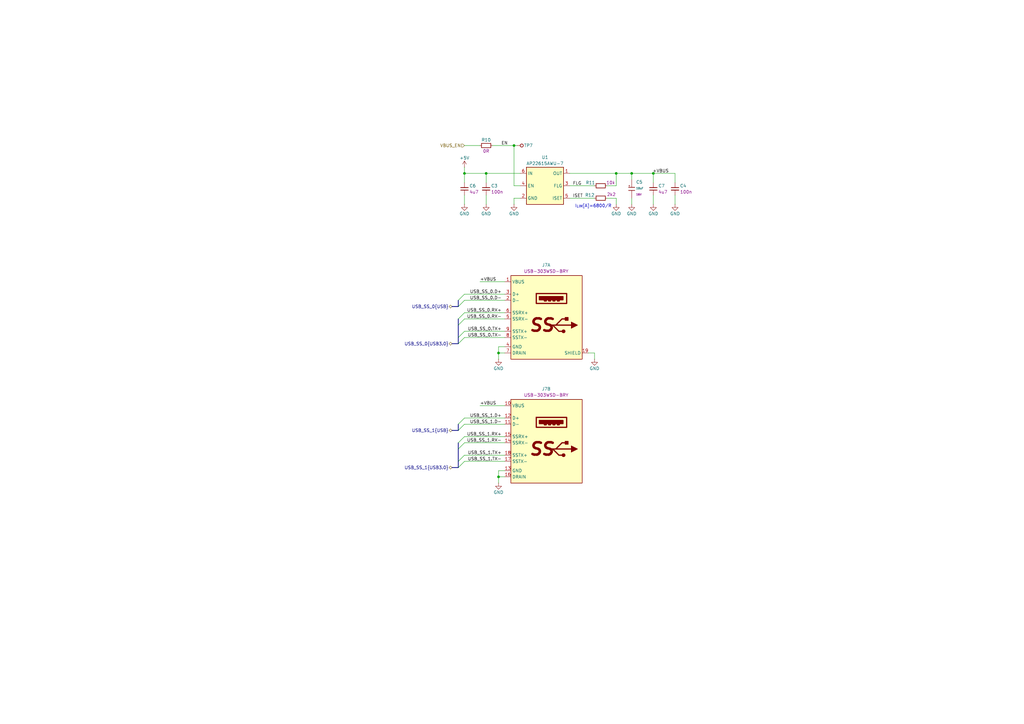
<source format=kicad_sch>
(kicad_sch (version 20250114) (generator "eeschema") (generator_version "9.0")
  (paper "A3")
  (title_block (title "ModuCard CM5 module") (date "2025-07-05") (rev "1.0.0") (company "KoNaR") (comment 1 "Project author: Dominik Pluta"))
  (lib_symbols
    (symbol "DW-ICs:AP22615AWU-7"
      (property "Reference" "U" (at 34.29 0 0))
      (property "MPN" "AP22615AWU-7" (at 34.29 -15.24 0))
      (symbol "AP22615AWU-7_0_1"
        (rectangle (start 2.54 2.54) (end 17.78 -12.7) (stroke (width 0.254)) (fill (type background)))
      )
      (symbol "AP22615AWU-7_1_0"
        (pin power_in line (at 0 0 0) (length 2.54) (name "IN") (number "6"))
        (pin input line (at 0 -5.08 0) (length 2.54) (name "EN") (number "4"))
        (pin power_in line (at 0 -10.16 0) (length 2.54) (name "GND") (number "2"))
        (pin power_out line (at 20.32 0 180) (length 2.54) (name "OUT") (number "1"))
        (pin open_collector line (at 20.32 -5.08 180) (length 2.54) (name "FLG") (number "3"))
        (pin passive line (at 20.32 -10.16 180) (length 2.54) (name "ISET") (number "5"))
      )
    )
    (symbol "DW-capacitors:C-100n-0402" (pin_numbers (hide yes)) (pin_names (hide yes))
      (property "Reference" "C" (at 12.7 0 0))
      (property "Val" "100n" (at 12.7 -20.32 0))
      (symbol "C-100n-0402_0_1"
        (polyline (pts (xy 2.032 -1.524) (xy 2.032 1.524)) (stroke (width 0.3048)))
        (polyline (pts (xy 3.048 -1.524) (xy 3.048 1.524)) (stroke (width 0.3302)))
      )
      (symbol "C-100n-0402_1_1"
        (pin passive line (at 0 0 0) (length 2.032) (name "~") (number "1"))
        (pin passive line (at 5.08 0 180) (length 2.032) (name "~") (number "2"))
      )
    )
    (symbol "DW-capacitors:C-4u7-0402" (pin_numbers (hide yes)) (pin_names (hide yes))
      (property "Reference" "C" (at 12.7 0 0))
      (property "Val" "4u7" (at 12.7 -20.32 0))
      (symbol "C-4u7-0402_0_1"
        (polyline (pts (xy 2.032 -1.524) (xy 2.032 1.524)) (stroke (width 0.3048)))
        (polyline (pts (xy 3.048 -1.524) (xy 3.048 1.524)) (stroke (width 0.3302)))
      )
      (symbol "C-4u7-0402_1_1"
        (pin passive line (at 0 0 0) (length 2.032) (name "~") (number "1"))
        (pin passive line (at 5.08 0 180) (length 2.032) (name "~") (number "2"))
      )
    )
    (symbol "DW-connectors:USB-A_USB-303WSD-BRY"
      (property "Reference" "J" (at 34.29 0 0))
      (property "MPN" "USB-303WSD-BRY" (at 34.29 -15.24 0))
      (symbol "USB-A_USB-303WSD-BRY_0_1"
        (rectangle (start 2.54 2.54) (end 31.75 -31.75) (stroke (width 0.254)) (fill (type background)))
        (rectangle (start 12.954 -4.826) (end 25.4 -8.89) (stroke (width 0.508)))
        (rectangle (start 14.224 -6.096) (end 23.876 -7.366) (stroke (width 0.508)) (fill (type outline)))
        (rectangle (start 16.256 -7.62) (end 17.018 -7.874) (stroke (width 0.508)))
        (rectangle (start 18.034 -7.62) (end 18.796 -7.874) (stroke (width 0.508)))
        (polyline (pts (xy 18.415 -17.78) (xy 27.305 -17.78)) (stroke (width 0.508)))
        (polyline (pts (xy 19.685 -17.78) (xy 22.225 -20.32) (xy 23.495 -20.32)) (stroke (width 0.508)))
        (rectangle (start 19.812 -7.62) (end 20.574 -7.874) (stroke (width 0.508)))
        (polyline (pts (xy 20.955 -17.78) (xy 23.495 -15.24) (xy 24.765 -15.24)) (stroke (width 0.508)))
        (rectangle (start 21.59 -7.62) (end 22.352 -7.874) (stroke (width 0.508)))
        (circle (center 24.13 -20.32) (radius 0.635) (stroke (width 0.254)) (fill (type outline)))
        (rectangle (start 24.765 -14.605) (end 26.035 -15.875) (stroke (width 0.254)) (fill (type outline)))
        (polyline (pts (xy 27.305 -19.05) (xy 29.845 -17.78) (xy 27.305 -16.51) (xy 27.305 -19.05)) (stroke (width 0.254)) (fill (type outline)))
        (text "SS" (at 15.24 -17.78 0) (effects (font (size 5.08 5.08) (bold yes) (italic yes))))
      )
      (symbol "USB-A_USB-303WSD-BRY_1_1"
        (pin passive line (at 0 0 0) (length 2.54) (name "VBUS") (number "1"))
        (pin bidirectional line (at 0 -5.08 0) (length 2.54) (name "D+") (number "3"))
        (pin bidirectional line (at 0 -7.62 0) (length 2.54) (name "D-") (number "2"))
        (pin bidirectional line (at 0 -12.7 0) (length 2.54) (name "SSRX+") (number "6"))
        (pin bidirectional line (at 0 -15.24 0) (length 2.54) (name "SSRX-") (number "5"))
        (pin bidirectional line (at 0 -20.32 0) (length 2.54) (name "SSTX+") (number "9"))
        (pin bidirectional line (at 0 -22.86 0) (length 2.54) (name "SSTX-") (number "8"))
        (pin power_in line (at 0 -26.67 0) (length 2.54) (name "GND") (number "4"))
        (pin power_in line (at 0 -29.21 0) (length 2.54) (name "DRAIN") (number "7"))
        (pin passive line (at 34.29 -29.21 180) (length 2.54) (name "SHIELD") (number "19"))
      )
      (symbol "USB-A_USB-303WSD-BRY_2_1"
        (pin passive line (at 0 0 0) (length 2.54) (name "VBUS") (number "10"))
        (pin bidirectional line (at 0 -5.08 0) (length 2.54) (name "D+") (number "12"))
        (pin bidirectional line (at 0 -7.62 0) (length 2.54) (name "D-") (number "11"))
        (pin bidirectional line (at 0 -12.7 0) (length 2.54) (name "SSRX+") (number "15"))
        (pin bidirectional line (at 0 -15.24 0) (length 2.54) (name "SSRX-") (number "14"))
        (pin bidirectional line (at 0 -20.32 0) (length 2.54) (name "SSTX+") (number "18"))
        (pin bidirectional line (at 0 -22.86 0) (length 2.54) (name "SSTX-") (number "17"))
        (pin power_in line (at 0 -26.67 0) (length 2.54) (name "GND") (number "13"))
        (pin power_in line (at 0 -29.21 0) (length 2.54) (name "DRAIN") (number "16"))
      )
    )
    (symbol "DW-power-symbols:+5V" (power) (pin_numbers (hide yes)) (pin_names (offset 0) (hide yes))
      (property "Value" "+5V" (at 0 3.556 0))
      (symbol "+5V_0_1"
        (polyline (pts (xy -0.762 1.27) (xy 0 2.54)))
        (polyline (pts (xy 0 2.54) (xy 0.762 1.27)))
        (polyline (pts (xy 0 0) (xy 0 2.54)))
      )
      (symbol "+5V_1_1"
        (pin power_in line (at 0 0 90) (length 0) (name "~") (number "1"))
      )
    )
    (symbol "DW-power-symbols:GND" (power) (pin_numbers (hide yes)) (pin_names (offset 0) (hide yes))
      (property "Value" "GND" (at 0 -3.81 0))
      (symbol "GND_0_1"
        (polyline (pts (xy 0 0) (xy 0 -1.27) (xy 1.27 -1.27) (xy 0 -2.54) (xy -1.27 -1.27) (xy 0 -1.27)))
      )
      (symbol "GND_1_1"
        (pin power_in line (at 0 0 270) (length 0) (name "~") (number "1"))
      )
    )
    (symbol "DW-resistors:R-0R-0402" (pin_numbers (hide yes)) (pin_names (offset 0) (hide yes))
      (property "Reference" "R" (at 12.7 0 0))
      (property "Val" "0R" (at 12.7 -20.32 0))
      (symbol "R-0R-0402_0_1"
        (rectangle (start 0.635 0.889) (end 4.445 -0.889) (stroke (width 0.254)))
      )
      (symbol "R-0R-0402_1_1"
        (pin passive line (at 0 0 0) (length 0.635) (name "~") (number "1"))
        (pin passive line (at 5.08 0 180) (length 0.635) (name "~") (number "2"))
      )
    )
    (symbol "DW-resistors:R-10k-0402" (pin_numbers (hide yes)) (pin_names (offset 0) (hide yes))
      (property "Reference" "R" (at 12.7 0 0))
      (property "Val" "10k" (at 12.7 -20.32 0))
      (symbol "R-10k-0402_0_1"
        (rectangle (start 0.635 0.889) (end 4.445 -0.889) (stroke (width 0.254)))
      )
      (symbol "R-10k-0402_1_1"
        (pin passive line (at 0 0 0) (length 0.635) (name "~") (number "1"))
        (pin passive line (at 5.08 0 180) (length 0.635) (name "~") (number "2"))
      )
    )
    (symbol "DW-resistors:R-2k2-0402" (pin_numbers (hide yes)) (pin_names (offset 0) (hide yes))
      (property "Reference" "R" (at 12.7 0 0))
      (property "Val" "2k2" (at 12.7 -20.32 0))
      (symbol "R-2k2-0402_0_1"
        (rectangle (start 0.635 0.889) (end 4.445 -0.889) (stroke (width 0.254)))
      )
      (symbol "R-2k2-0402_1_1"
        (pin passive line (at 0 0 0) (length 0.635) (name "~") (number "1"))
        (pin passive line (at 5.08 0 180) (length 0.635) (name "~") (number "2"))
      )
    )
    (symbol "DW-test-points:TP_SMD_0.75mm" (pin_numbers (hide yes)) (pin_names (hide yes)) (in_bom no)
      (property "Reference" "TP" (at 3.81 0 0))
      (symbol "TP_SMD_0.75mm_1_1"
        (circle (center 1.905 0) (radius 0.635) (stroke (width 0.254)))
        (pin passive line (at 0 0 0) (length 1.27) (name "1") (number "1"))
      )
    )
    (symbol "PCM_JLCPCB-Capacitors:CASE-A-3216-18(mm),10uF" (pin_numbers (hide yes)) (pin_names (offset 0))
      (property "Reference" "C" (at 2.032 1.668 0))
      (property "Value" "10uF" (at 2.032 -0.3782 0))
      (property "Rated Voltage" "16V" (at 2.032 -2.0462 0))
      (symbol "CASE-A-3216-18(mm),10uF_0_1"
        (polyline (pts (xy -1.27 1.27) (xy -0.635 1.27)) (stroke (width 0.127)))
        (polyline (pts (xy -1.27 0.635) (xy 1.27 0.635)) (stroke (width 0.254)))
        (polyline (pts (xy -1.27 -0.635) (xy 1.27 -0.635)) (stroke (width 0.254)))
        (polyline (pts (xy -0.9525 1.5875) (xy -0.9525 0.9525)) (stroke (width 0.127)))
      )
      (symbol "CASE-A-3216-18(mm),10uF_1_1"
        (pin passive line (at 0 3.81 270) (length 3.175) (name "~") (number "1"))
        (pin passive line (at 0 -3.81 90) (length 3.175) (name "~") (number "2"))
      )
    )
  )
  (bus_alias "USB3.0" (members "TX+" "TX-" "RX+" "RX-"))
  (text "I_{LIM}[A]=6800/R" (at 243.332 84.582 0) (effects (font (size 1.27 1.27))))
  (junction (at 259.08 71.12))
  (junction (at 190.5 71.12))
  (junction (at 199.39 71.12))
  (junction (at 204.47 195.58))
  (junction (at 204.47 144.78))
  (junction (at 210.82 59.69))
  (junction (at 252.73 71.12))
  (junction (at 267.97 71.12))
  (bus_entry (at 187.96 191.77) (size 2.54 -2.54))
  (bus_entry (at 187.96 140.97) (size 2.54 -2.54))
  (bus_entry (at 187.96 189.23) (size 2.54 -2.54))
  (bus_entry (at 187.96 176.53) (size 2.54 -2.54))
  (bus_entry (at 187.96 184.15) (size 2.54 -2.54))
  (bus_entry (at 187.96 138.43) (size 2.54 -2.54))
  (bus_entry (at 187.96 125.73) (size 2.54 -2.54))
  (bus_entry (at 187.96 133.35) (size 2.54 -2.54))
  (bus_entry (at 187.96 181.61) (size 2.54 -2.54))
  (bus_entry (at 187.96 130.81) (size 2.54 -2.54))
  (bus_entry (at 187.96 173.99) (size 2.54 -2.54))
  (bus_entry (at 187.96 123.19) (size 2.54 -2.54))
  (wire (pts (xy 207.01 193.04) (xy 204.47 193.04)))
  (wire (pts (xy 204.47 144.78) (xy 204.47 147.32)))
  (wire (pts (xy 207.01 195.58) (xy 204.47 195.58)))
  (wire (pts (xy 190.5 179.07) (xy 207.01 179.07)))
  (wire (pts (xy 252.73 71.12) (xy 259.08 71.12)))
  (wire (pts (xy 241.3 144.78) (xy 243.84 144.78)))
  (wire (pts (xy 204.47 193.04) (xy 204.47 195.58)))
  (wire (pts (xy 207.01 142.24) (xy 204.47 142.24)))
  (wire (pts (xy 212.09 59.69) (xy 210.82 59.69)))
  (wire (pts (xy 190.5 71.12) (xy 199.39 71.12)))
  (wire (pts (xy 190.5 138.43) (xy 207.01 138.43)))
  (wire (pts (xy 259.08 71.12) (xy 267.97 71.12)))
  (wire (pts (xy 276.86 71.12) (xy 276.86 74.93)))
  (bus (pts (xy 187.96 189.23) (xy 187.96 184.15)))
  (wire (pts (xy 259.08 81.28) (xy 259.08 83.82)))
  (wire (pts (xy 190.5 80.01) (xy 190.5 83.82)))
  (wire (pts (xy 248.92 76.2) (xy 252.73 76.2)))
  (wire (pts (xy 233.68 81.28) (xy 243.84 81.28)))
  (wire (pts (xy 210.82 76.2) (xy 210.82 59.69)))
  (wire (pts (xy 190.5 128.27) (xy 207.01 128.27)))
  (wire (pts (xy 190.5 173.99) (xy 207.01 173.99)))
  (bus (pts (xy 187.96 138.43) (xy 187.96 140.97)))
  (wire (pts (xy 252.73 76.2) (xy 252.73 71.12)))
  (wire (pts (xy 190.5 189.23) (xy 207.01 189.23)))
  (bus (pts (xy 185.42 176.53) (xy 187.96 176.53)))
  (wire (pts (xy 267.97 80.01) (xy 267.97 83.82)))
  (wire (pts (xy 190.5 186.69) (xy 207.01 186.69)))
  (bus (pts (xy 187.96 189.23) (xy 187.96 191.77)))
  (wire (pts (xy 190.5 120.65) (xy 207.01 120.65)))
  (wire (pts (xy 243.84 144.78) (xy 243.84 147.32)))
  (wire (pts (xy 233.68 76.2) (xy 243.84 76.2)))
  (bus (pts (xy 185.42 140.97) (xy 187.96 140.97)))
  (bus (pts (xy 187.96 181.61) (xy 187.96 184.15)))
  (wire (pts (xy 267.97 71.12) (xy 267.97 74.93)))
  (wire (pts (xy 196.85 166.37) (xy 207.01 166.37)))
  (wire (pts (xy 190.5 59.69) (xy 196.85 59.69)))
  (wire (pts (xy 190.5 68.58) (xy 190.5 71.12)))
  (bus (pts (xy 185.42 125.73) (xy 187.96 125.73)))
  (wire (pts (xy 276.86 80.01) (xy 276.86 83.82)))
  (wire (pts (xy 213.36 76.2) (xy 210.82 76.2)))
  (wire (pts (xy 190.5 135.89) (xy 207.01 135.89)))
  (bus (pts (xy 187.96 138.43) (xy 187.96 133.35)))
  (wire (pts (xy 199.39 71.12) (xy 199.39 74.93)))
  (bus (pts (xy 187.96 123.19) (xy 187.96 125.73)))
  (wire (pts (xy 204.47 195.58) (xy 204.47 198.12)))
  (wire (pts (xy 210.82 81.28) (xy 213.36 81.28)))
  (wire (pts (xy 190.5 130.81) (xy 207.01 130.81)))
  (wire (pts (xy 252.73 81.28) (xy 252.73 83.82)))
  (wire (pts (xy 196.85 115.57) (xy 207.01 115.57)))
  (wire (pts (xy 199.39 80.01) (xy 199.39 83.82)))
  (wire (pts (xy 233.68 71.12) (xy 252.73 71.12)))
  (wire (pts (xy 190.5 181.61) (xy 207.01 181.61)))
  (wire (pts (xy 201.93 59.69) (xy 210.82 59.69)))
  (wire (pts (xy 190.5 123.19) (xy 207.01 123.19)))
  (bus (pts (xy 187.96 130.81) (xy 187.96 133.35)))
  (wire (pts (xy 248.92 81.28) (xy 252.73 81.28)))
  (wire (pts (xy 210.82 81.28) (xy 210.82 83.82)))
  (wire (pts (xy 204.47 142.24) (xy 204.47 144.78)))
  (wire (pts (xy 207.01 144.78) (xy 204.47 144.78)))
  (wire (pts (xy 190.5 171.45) (xy 207.01 171.45)))
  (bus (pts (xy 187.96 173.99) (xy 187.96 176.53)))
  (wire (pts (xy 267.97 71.12) (xy 276.86 71.12)))
  (bus (pts (xy 185.42 191.77) (xy 187.96 191.77)))
  (wire (pts (xy 259.08 71.12) (xy 259.08 73.66)))
  (wire (pts (xy 199.39 71.12) (xy 213.36 71.12)))
  (wire (pts (xy 190.5 71.12) (xy 190.5 74.93)))
  (label "USB_SS_0.D+" (at 205.74 120.65 180))
  (label "USB_SS_0.D-" (at 205.74 123.19 180))
  (label "USB_SS_1.RX+" (at 205.74 179.07 180))
  (label "+VBUS" (at 274.32 71.12 180))
  (label "USB_SS_1.D-" (at 205.74 173.99 180))
  (label "EN" (at 208.28 59.69 180))
  (label "USB_SS_0.TX+" (at 205.74 135.89 180))
  (label "FLG" (at 234.95 76.2 0))
  (label "USB_SS_0.RX-" (at 205.74 130.81 180))
  (label "USB_SS_0.TX-" (at 205.74 138.43 180))
  (label "+VBUS" (at 196.85 166.37 0))
  (label "USB_SS_1.TX-" (at 205.74 189.23 180))
  (label "USB_SS_1.RX-" (at 205.74 181.61 180))
  (label "ISET" (at 234.95 81.28 0))
  (label "USB_SS_0.RX+" (at 205.74 128.27 180))
  (label "USB_SS_1.D+" (at 205.74 171.45 180))
  (label "+VBUS" (at 196.85 115.57 0))
  (label "USB_SS_1.TX+" (at 205.74 186.69 180))
  (hierarchical_label "USB_SS_0{USB3.0}" (shape bidirectional) (at 185.42 140.97 180))
  (hierarchical_label "USB_SS_1{USB3.0}" (shape bidirectional) (at 185.42 191.77 180))
  (hierarchical_label "USB_SS_1{USB}" (shape bidirectional) (at 185.42 176.53 180))
  (hierarchical_label "VBUS_EN" (shape input) (at 190.5 59.69 180))
  (hierarchical_label "USB_SS_0{USB}" (shape bidirectional) (at 185.42 125.73 180))
  (symbol (lib_id "DW-power-symbols:GND") (at 199.39 83.82 0) (unit 1)
    (property "Reference" "#PWR034" (effects (hide yes)))
    (property "Value" "GND" (at 199.39 87.63 0))
    (property "Description" "Power symbol creates a global label with name \"GND\" , ground" (effects (hide yes)))
  )
  (symbol (lib_id "DW-resistors:R-0R-0402") (at 196.85 59.69 0) (unit 1)
    (property "Reference" "R10" (at 199.39 57.404 0))
    (property "Value" "R-0R-0402" (effects (hide yes)))
    (property "Footprint" "DW-footprints:R_0402_1005Metric" (effects (hide yes)))
    (property "Datasheet" "https://lcsc.com/datasheet/lcsc_datasheet_2411221126_UNI-ROYAL-0402WGF0000TCE_C17168.pdf" (effects (hide yes)))
    (property "Description" "62.5mW Thick Film Resistor 50V ±800ppm/℃ ±1% 0Ω 0402 Chip Resistor - Surface Mount ROHS" (effects (hide yes)))
    (property "Manufacturer" "UNI-ROYAL(Uniroyal Elec)" (effects (hide yes)))
    (property "MPN" "0402WGF0000TCE" (effects (hide yes)))
    (property "LCSC" "C17168" (effects (hide yes)))
    (property "Val" "0R" (at 199.39 61.976 0))
    (property "Tolerance" "1%" (effects (hide yes)))
  )
  (symbol (lib_id "DW-power-symbols:GND") (at 210.82 83.82 0) (unit 1)
    (property "Reference" "#PWR035" (effects (hide yes)))
    (property "Value" "GND" (at 210.82 87.63 0))
    (property "Description" "Power symbol creates a global label with name \"GND\" , ground" (effects (hide yes)))
  )
  (symbol (lib_id "DW-resistors:R-10k-0402") (at 243.84 76.2 0) (unit 1)
    (property "Reference" "R11" (at 244.094 74.93 0) (effects (justify right)))
    (property "Value" "R-10k-0402" (effects (hide yes)))
    (property "Footprint" "DW-footprints:R_0402_1005Metric" (effects (hide yes)))
    (property "Datasheet" "https://lcsc.com/datasheet/lcsc_datasheet_2411221126_UNI-ROYAL-Uniroyal-Elec-0402WGF1002TCE_C25744.pdf" (effects (hide yes)))
    (property "Description" "62.5mW Thick Film Resistor 50V ±100ppm/℃ ±1% 10kΩ 0402 Chip Resistor - Surface Mount ROHS" (effects (hide yes)))
    (property "Manufacturer" "UNI-ROYAL(Uniroyal Elec)" (effects (hide yes)))
    (property "MPN" "0402WGF1002TCE" (effects (hide yes)))
    (property "LCSC" "C25744" (effects (hide yes)))
    (property "Val" "10k" (at 248.666 74.93 0) (effects (justify left)))
    (property "Tolerance" "1%" (effects (hide yes)))
  )
  (symbol (lib_id "DW-power-symbols:GND") (at 259.08 83.82 0) (unit 1)
    (property "Reference" "#PWR037" (effects (hide yes)))
    (property "Value" "GND" (at 259.08 87.63 0))
    (property "Description" "Power symbol creates a global label with name \"GND\" , ground" (effects (hide yes)))
  )
  (symbol (lib_id "DW-power-symbols:GND") (at 204.47 198.12 0) (unit 1)
    (property "Reference" "#PWR042" (effects (hide yes)))
    (property "Value" "GND" (at 204.47 201.93 0))
    (property "Description" "Power symbol creates a global label with name \"GND\" , ground" (effects (hide yes)))
  )
  (symbol (lib_id "DW-ICs:AP22615AWU-7") (at 213.36 71.12 0) (unit 1)
    (property "Reference" "U1" (at 223.52 64.516 0))
    (property "Value" "AP22615AWU-7" (at 223.52 67.056 0))
    (property "Footprint" "DW-footprints:TSOT-23-6" (effects (hide yes)))
    (property "Datasheet" "https://www.diodes.com/datasheet/download/AP22815_615.pdf" (effects (hide yes)))
    (property "Description" "3V~5.5V 40mΩ 3A 1 High Side Switch TSOT-23-6 Power Distribution Switches ROHS" (effects (hide yes)))
    (property "Manufacturer" "Diodes Incorporated" (effects (hide yes)))
    (property "MPN" "AP22615AWU-7" (effects (hide yes)))
    (property "LCSC" "C2680357" (effects (hide yes)))
  )
  (symbol (lib_id "DW-capacitors:C-100n-0402") (at 199.39 74.93 270) (unit 1)
    (property "Reference" "C3" (at 201.422 76.2 90) (effects (justify left)))
    (property "Value" "C-100n-0402" (effects (hide yes)))
    (property "Footprint" "DW-footprints:C_0402_1005Metric" (effects (hide yes)))
    (property "Datasheet" "https://lcsc.com/datasheet/lcsc_datasheet_2304140030_Samsung-Electro-Mechanics-CL05B104KB54PNC_C307331.pdf" (effects (hide yes)))
    (property "Description" "50V 100nF X7R ±10% 0402 Multilayer Ceramic Capacitors MLCC - SMD/SMT ROHS" (effects (hide yes)))
    (property "Manufacturer" "Samsung Electro-Mechanics" (effects (hide yes)))
    (property "MPN" "CL05B104KB54PNC" (effects (hide yes)))
    (property "LCSC" "C307331" (effects (hide yes)))
    (property "Val" "100n" (at 201.422 78.74 90) (effects (justify left)))
    (property "Tolerance" "10%" (effects (hide yes)))
    (property "Voltage" "50V" (effects (hide yes)))
    (property "Dielectric" "X7R" (effects (hide yes)))
  )
  (symbol (lib_id "DW-resistors:R-2k2-0402") (at 243.84 81.28 0) (unit 1)
    (property "Reference" "R12" (at 243.84 80.01 0) (effects (justify right)))
    (property "Value" "R-2k2-0402" (effects (hide yes)))
    (property "Footprint" "DW-footprints:R_0402_1005Metric" (effects (hide yes)))
    (property "Datasheet" "https://lcsc.com/datasheet/lcsc_datasheet_2411221126_UNI-ROYAL-0402WGF2201TCE_C25879.pdf" (effects (hide yes)))
    (property "Description" "62.5mW Thick Film Resistor 50V ±100ppm/℃ ±1% 2.2kΩ 0402 Chip Resistor - Surface Mount ROHS" (effects (hide yes)))
    (property "Manufacturer" "UNI-ROYAL(Uniroyal Elec)" (effects (hide yes)))
    (property "MPN" "0402WGF2201TCE" (effects (hide yes)))
    (property "LCSC" "C25879" (effects (hide yes)))
    (property "Val" "2k2" (at 248.92 79.756 0) (effects (justify left)))
    (property "Tolerance" "1%" (effects (hide yes)))
  )
  (symbol (lib_id "DW-power-symbols:+5V") (at 190.5 68.58 0) (unit 1)
    (property "Reference" "#PWR032" (effects (hide yes)))
    (property "Value" "+5V" (at 190.5 64.77 0))
    (property "Description" "Power symbol creates a global label with name \"+5V\"" (effects (hide yes)))
  )
  (symbol (lib_id "PCM_JLCPCB-Capacitors:CASE-A-3216-18(mm),10uF") (at 259.08 77.47 0) (unit 1)
    (property "Reference" "C5" (at 260.858 74.6759 0) (effects (justify left)))
    (property "Value" "10uF" (at 260.858 77.216 0) (effects (font (size 0.8 0.8)) (justify left)))
    (property "Footprint" "PCM_JLCPCB:C_CASE-A-3216-18(mm)" (effects (hide yes)))
    (property "Datasheet" "https://www.lcsc.com/datasheet/lcsc_datasheet_2304140030_Kyocera-AVX-TAJA106K016RNJ_C7171.pdf" (effects (hide yes)))
    (property "Description" "10uF 16V 3Ω@100kHz ±10% CASE-A-3216-18(mm) Tantalum Capacitors ROHS" (effects (hide yes)))
    (property "LCSC" "C7171" (effects (hide yes)))
    (property "Stock" "1176198" (effects (hide yes)))
    (property "Price" "0.087USD" (effects (hide yes)))
    (property "Process" "SMT" (effects (hide yes)))
    (property "Minimum Qty" "5" (effects (hide yes)))
    (property "Attrition Qty" "2" (effects (hide yes)))
    (property "Class" "Basic Component" (effects (hide yes)))
    (property "Category" "Capacitors,Tantalum Capacitors" (effects (hide yes)))
    (property "Manufacturer" "AVX" (effects (hide yes)))
    (property "Part" "TAJA106K016RNJ" (effects (hide yes)))
    (property "Operating Temperature" "-55°C~+125°C" (effects (hide yes)))
    (property "Equivalent Series Resistance(ESR)" "3Ω@100kHz" (effects (hide yes)))
    (property "Tolerance" "±10%" (effects (hide yes)))
    (property "Capacitance" "10uF" (effects (hide yes)))
    (property "Rated Voltage" "16V" (at 260.858 79.756 0) (effects (font (size 0.8 0.8)) (justify left)))
  )
  (symbol (lib_id "DW-power-symbols:GND") (at 243.84 147.32 0) (mirror y) (unit 1)
    (property "Reference" "#PWR041" (effects (hide yes)))
    (property "Value" "GND" (at 243.84 151.13 0))
    (property "Description" "Power symbol creates a global label with name \"GND\" , ground" (effects (hide yes)))
  )
  (symbol (lib_id "DW-power-symbols:GND") (at 252.73 83.82 0) (unit 1)
    (property "Reference" "#PWR036" (effects (hide yes)))
    (property "Value" "GND" (at 252.73 87.63 0))
    (property "Description" "Power symbol creates a global label with name \"GND\" , ground" (effects (hide yes)))
  )
  (symbol (lib_id "DW-capacitors:C-4u7-0402") (at 190.5 80.01 90) (unit 1)
    (property "Reference" "C6" (at 192.532 76.2 90) (effects (justify right)))
    (property "Value" "C-4u7-0402" (effects (hide yes)))
    (property "Footprint" "DW-footprints:C_0402_1005Metric" (effects (hide yes)))
    (property "Datasheet" "https://lcsc.com/datasheet/lcsc_datasheet_2304140030_Samsung-Electro-Mechanics-CL05A475MP5NRNC_C23733.pdf" (effects (hide yes)))
    (property "Description" "10V 4.7uF X5R ±20% 0402 Multilayer Ceramic Capacitors MLCC - SMD/SMT ROHS" (effects (hide yes)))
    (property "Manufacturer" "Samsung Electro-Mechanics" (effects (hide yes)))
    (property "MPN" "CL05A475MP5NRNC" (effects (hide yes)))
    (property "LCSC" "C23733" (effects (hide yes)))
    (property "Val" "4u7" (at 192.532 78.74 90) (effects (justify right)))
    (property "Tolerance" "20%" (effects (hide yes)))
    (property "Voltage" "10V" (effects (hide yes)))
    (property "Dielectric" "X5R" (effects (hide yes)))
  )
  (symbol (lib_id "DW-capacitors:C-4u7-0402") (at 267.97 80.01 90) (unit 1)
    (property "Reference" "C7" (at 270.002 76.2 90) (effects (justify right)))
    (property "Value" "C-4u7-0402" (effects (hide yes)))
    (property "Footprint" "DW-footprints:C_0402_1005Metric" (effects (hide yes)))
    (property "Datasheet" "https://lcsc.com/datasheet/lcsc_datasheet_2304140030_Samsung-Electro-Mechanics-CL05A475MP5NRNC_C23733.pdf" (effects (hide yes)))
    (property "Description" "10V 4.7uF X5R ±20% 0402 Multilayer Ceramic Capacitors MLCC - SMD/SMT ROHS" (effects (hide yes)))
    (property "Manufacturer" "Samsung Electro-Mechanics" (effects (hide yes)))
    (property "MPN" "CL05A475MP5NRNC" (effects (hide yes)))
    (property "LCSC" "C23733" (effects (hide yes)))
    (property "Val" "4u7" (at 270.002 78.74 90) (effects (justify right)))
    (property "Tolerance" "20%" (effects (hide yes)))
    (property "Voltage" "10V" (effects (hide yes)))
    (property "Dielectric" "X5R" (effects (hide yes)))
  )
  (symbol (lib_id "DW-connectors:USB-A_USB-303WSD-BRY") (at 207.01 166.37 0) (unit 2)
    (property "Reference" "J7" (at 224.028 159.512 0))
    (property "Value" "USB-A_USB-303WSD-BRY" (effects (hide yes)))
    (property "Footprint" "DW-footprints:USB-A_Receptacle_USB-303WSD-BRY" (effects (hide yes)))
    (property "Datasheet" "https://lcsc.com/datasheet/lcsc_datasheet_2411220306_XUNPU-USB-303WSD-BRY_C2895028.pdf" (effects (hide yes)))
    (property "Description" "USB 3.0 1.8A 2 Right Angle 9Px2 Female -30℃~+85℃ Type-A" (effects (hide yes)))
    (property "Manufacturer" "XUNPU" (effects (hide yes)))
    (property "MPN" "USB-303WSD-BRY" (at 224.028 162.052 0))
    (property "LCSC" "C2895028" (effects (hide yes)))
  )
  (symbol (lib_id "DW-test-points:TP_SMD_0.75mm") (at 212.09 59.69 0) (unit 1) (in_bom no)
    (property "Reference" "TP7" (at 214.884 59.69 0) (effects (justify left)))
    (property "Value" "TP_SMD_0.75mm" (effects (hide yes)))
    (property "Footprint" "DW-footprints:TP_SMD_0.75mm" (effects (hide yes)))
    (property "Description" "Test point, SMD, round, 0.75mm diameter" (effects (hide yes)))
  )
  (symbol (lib_id "DW-power-symbols:GND") (at 204.47 147.32 0) (unit 1)
    (property "Reference" "#PWR040" (effects (hide yes)))
    (property "Value" "GND" (at 204.47 151.13 0))
    (property "Description" "Power symbol creates a global label with name \"GND\" , ground" (effects (hide yes)))
  )
  (symbol (lib_id "DW-power-symbols:GND") (at 276.86 83.82 0) (unit 1)
    (property "Reference" "#PWR039" (effects (hide yes)))
    (property "Value" "GND" (at 276.86 87.63 0))
    (property "Description" "Power symbol creates a global label with name \"GND\" , ground" (effects (hide yes)))
  )
  (symbol (lib_id "DW-capacitors:C-100n-0402") (at 276.86 74.93 270) (unit 1)
    (property "Reference" "C4" (at 278.892 76.2 90) (effects (justify left)))
    (property "Value" "C-100n-0402" (effects (hide yes)))
    (property "Footprint" "DW-footprints:C_0402_1005Metric" (effects (hide yes)))
    (property "Datasheet" "https://lcsc.com/datasheet/lcsc_datasheet_2304140030_Samsung-Electro-Mechanics-CL05B104KB54PNC_C307331.pdf" (effects (hide yes)))
    (property "Description" "50V 100nF X7R ±10% 0402 Multilayer Ceramic Capacitors MLCC - SMD/SMT ROHS" (effects (hide yes)))
    (property "Manufacturer" "Samsung Electro-Mechanics" (effects (hide yes)))
    (property "MPN" "CL05B104KB54PNC" (effects (hide yes)))
    (property "LCSC" "C307331" (effects (hide yes)))
    (property "Val" "100n" (at 278.892 78.74 90) (effects (justify left)))
    (property "Tolerance" "10%" (effects (hide yes)))
    (property "Voltage" "50V" (effects (hide yes)))
    (property "Dielectric" "X7R" (effects (hide yes)))
  )
  (symbol (lib_id "DW-power-symbols:GND") (at 190.5 83.82 0) (unit 1)
    (property "Reference" "#PWR033" (effects (hide yes)))
    (property "Value" "GND" (at 190.5 87.63 0))
    (property "Description" "Power symbol creates a global label with name \"GND\" , ground" (effects (hide yes)))
  )
  (symbol (lib_id "DW-power-symbols:GND") (at 267.97 83.82 0) (unit 1)
    (property "Reference" "#PWR038" (effects (hide yes)))
    (property "Value" "GND" (at 267.97 87.63 0))
    (property "Description" "Power symbol creates a global label with name \"GND\" , ground" (effects (hide yes)))
  )
  (symbol (lib_id "DW-connectors:USB-A_USB-303WSD-BRY") (at 207.01 115.57 0) (unit 1)
    (property "Reference" "J7" (at 224.028 108.712 0))
    (property "Value" "USB-A_USB-303WSD-BRY" (effects (hide yes)))
    (property "Footprint" "DW-footprints:USB-A_Receptacle_USB-303WSD-BRY" (effects (hide yes)))
    (property "Datasheet" "https://lcsc.com/datasheet/lcsc_datasheet_2411220306_XUNPU-USB-303WSD-BRY_C2895028.pdf" (effects (hide yes)))
    (property "Description" "USB 3.0 1.8A 2 Right Angle 9Px2 Female -30℃~+85℃ Type-A" (effects (hide yes)))
    (property "Manufacturer" "XUNPU" (effects (hide yes)))
    (property "MPN" "USB-303WSD-BRY" (at 224.028 111.252 0))
    (property "LCSC" "C2895028" (effects (hide yes)))
  )
)
</source>
